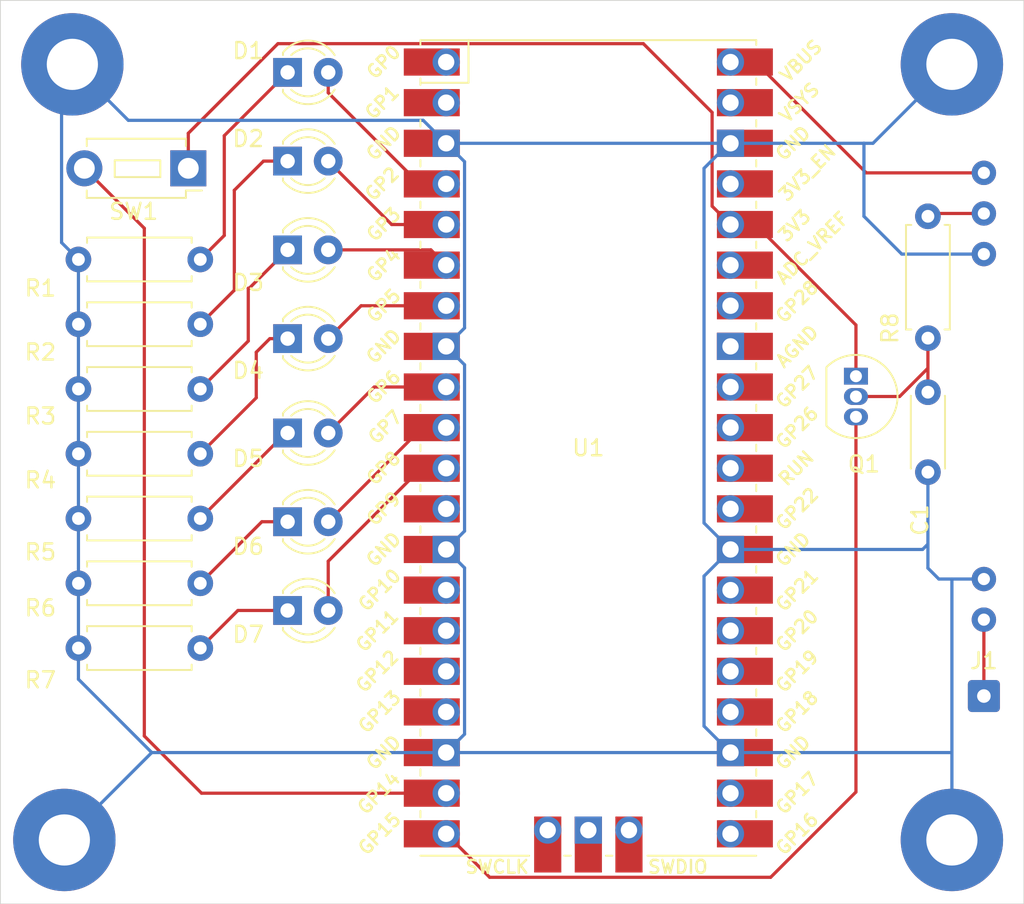
<source format=kicad_pcb>
(kicad_pcb (version 20240108) (generator "pcbnew") (generator_version "8.0")
  (layers (0 "F.Cu" signal) (31 "B.Cu" signal) (34 "B.Paste" user) (35 "F.Paste" user) (36 "B.SilkS" user "B.Silkscreen") (37 "F.SilkS" user "F.Silkscreen") (38 "B.Mask" user) (39 "F.Mask" user) (44 "Edge.Cuts" user))
  (net 0 "")
  (net 1 "Net-(D3-K)")
  (net 2 "Net-(Q1-G)")
  (net 3 "Net-(D2-K)")
  (net 4 "Net-(U1-GPIO14)")
  (net 5 "GND")
  (net 12 "+5V")
  (net 15 "Net-(RF1-DATA)")
  (net 24 "Net-(D4-K)")
  (net 31 "Net-(D5-K)")
  (net 32 "Net-(D6-K)")
  (net 33 "Net-(D7-K)")
  (net 34 "Net-(D1-K)")
  (net 38 "Net-(J1-Pin_1)")
  (net 39 "Net-(D1-A)")
  (net 40 "Net-(D2-A)")
  (net 41 "Net-(D3-A)")
  (net 42 "Net-(D4-A)")
  (net 43 "Net-(D5-A)")
  (net 44 "Net-(D6-A)")
  (net 45 "Net-(D7-A)")
  (net 46 "Net-(Q1-D)")
  (net 47 "Net-(Q1-S)")
  (footprint "Resistor_THT:R_Axial_DIN0207_L6.3mm_D2.5mm_P7.62mm_Horizontal" (layer "F.Cu") (at 156.48 78.66 90)
    (property "Reference" "R8" (at 0.62 -2.37 270) (layer "F.SilkS"))
    (property "Value" "10kΩ")
    (fp_line (start 7.08 -1.37) (end 7.08 -1.04) (stroke (width 0.12)) (layer "F.SilkS"))
    (fp_line (start 0.54 -1.37) (end 7.08 -1.37) (stroke (width 0.12)) (layer "F.SilkS"))
    (fp_line (start 0.54 -1.04) (end 0.54 -1.37) (stroke (width 0.12)) (layer "F.SilkS"))
    (fp_line (start 0.54 1.04) (end 0.54 1.37) (stroke (width 0.12)) (layer "F.SilkS"))
    (fp_line (start 7.08 1.37) (end 7.08 1.04) (stroke (width 0.12)) (layer "F.SilkS"))
    (fp_line (start 0.54 1.37) (end 7.08 1.37) (stroke (width 0.12)) (layer "F.SilkS"))
    (pad "1" thru_hole circle (at 0 0 90) (size 1.6 1.6) (drill 0.8) (layers "*.Cu" "*.Mask") (net 2 "Net-(Q1-G)"))
    (pad "2" thru_hole oval (at 7.62 0 90) (size 1.6 1.6) (drill 0.8) (layers "*.Cu" "*.Mask") (net 15 "Net-(RF1-DATA)"))
  )
  (footprint "LED_THT:LED_D3.0mm" (layer "F.Cu") (at 116.44 95.69)
    (property "Reference" "D7" (at -2.46 1.5 0) (layer "F.SilkS"))
    (property "Value" "LED" (hide yes))
    (fp_line (start -0.29 -1.236) (end -0.29 -1.08) (stroke (width 0.12)) (layer "F.SilkS"))
    (fp_line (start -0.29 1.08) (end -0.29 1.236) (stroke (width 0.12)) (layer "F.SilkS"))
    (fp_arc (start -0.29 -1.235516) (mid 1.366487 -1.987659) (end 2.942335 -1.078608) (stroke (width 0.12)) (layer "F.SilkS"))
    (fp_arc (start 0.229039 -1.08) (mid 1.270117 -1.5) (end 2.31113 -1.079837) (stroke (width 0.12)) (layer "F.SilkS"))
    (fp_arc (start 2.31113 1.079837) (mid 1.270117 1.5) (end 0.229039 1.08) (stroke (width 0.12)) (layer "F.SilkS"))
    (fp_arc (start 2.942335 1.078608) (mid 1.366487 1.987659) (end -0.29 1.235516) (stroke (width 0.12)) (layer "F.SilkS"))
    (pad "1" thru_hole rect (at 0 0) (size 1.8 1.8) (drill 0.9) (layers "*.Cu" "*.Mask") (net 33 "Net-(D7-K)"))
    (pad "2" thru_hole circle (at 2.54 0) (size 1.8 1.8) (drill 0.9) (layers "*.Cu" "*.Mask") (net 45 "Net-(D7-A)"))
  )
  (footprint "Button_Switch_THT:SW_PUSH_1P1T_6x3.5mm_H4.3_APEM_MJTP1243" (layer "F.Cu") (at 110.23 68.04 180)
    (property "Reference" "SW1" (at 3.42 -2.7 180) (layer "F.SilkS"))
    (property "Value" "config")
    (fp_line (start 6.35 1.39) (end 6.35 1.85) (stroke (width 0.12)) (layer "F.SilkS"))
    (fp_line (start 6.35 -1.85) (end 6.35 -1.39) (stroke (width 0.12)) (layer "F.SilkS"))
    (fp_line (start 6.35 -1.85) (end 0.15 -1.85) (stroke (width 0.12)) (layer "F.SilkS"))
    (fp_line (start 0.15 1.85) (end 6.35 1.85) (stroke (width 0.12)) (layer "F.SilkS"))
    (fp_line (start 0.15 1.39) (end 0.15 1.85) (stroke (width 0.12)) (layer "F.SilkS"))
    (fp_line (start 0.15 -1.39) (end -0.85 -1.39) (stroke (width 0.12)) (layer "F.SilkS"))
    (fp_line (start 0.15 -1.85) (end 0.15 -1.39) (stroke (width 0.12)) (layer "F.SilkS"))
    (fp_rect (start 1.75 -0.55) (end 4.6 0.5) (stroke (width 0.12)) (fill none) (layer "F.SilkS"))
    (pad "1" thru_hole rect (at 0 0 270) (size 2.25 2.25) (drill 1.3) (layers "*.Cu" "*.Mask") (net 47 "Net-(Q1-S)"))
    (pad "2" thru_hole circle (at 6.5 0 270) (size 2.25 2.25) (drill 1.3) (layers "*.Cu" "*.Mask") (net 4 "Net-(U1-GPIO14)"))
  )
  (footprint "RF:SH_RF_RECIEVER" (layer "F.Cu") (at 159.472 86.104 90)
    (property "Reference" "RF1" (hide yes))
    (property "Value" "~" (hide yes))
    (pad "1" thru_hole circle (at 17.78 0.508 90) (size 1.524 1.524) (drill 0.762) (layers "*.Cu" "*.Mask") (net 12 "+5V"))
    (pad "2" thru_hole circle (at 15.24 0.508 90) (size 1.524 1.524) (drill 0.762) (layers "*.Cu" "*.Mask") (net 15 "Net-(RF1-DATA)"))
    (pad "3" thru_hole circle (at 12.7 0.508 90) (size 1.524 1.524) (drill 0.762) (layers "*.Cu" "*.Mask") (net 5 "GND"))
    (pad "4" thru_hole circle (at -7.62 0.508 90) (size 1.524 1.524) (drill 0.762) (layers "*.Cu" "*.Mask") (net 5 "GND"))
    (pad "5" thru_hole circle (at -10.16 0.508 90) (size 1.524 1.524) (drill 0.762) (layers "*.Cu" "*.Mask") (net 38 "Net-(J1-Pin_1)"))
  )
  (footprint "Package_TO_SOT_THT:TO-92_Inline" (layer "F.Cu") (at 151.98 81.04 -90)
    (property "Reference" "Q1" (at 5.5 -0.5 180) (layer "F.SilkS"))
    (property "Value" "TN0106N3-G" (hide yes))
    (fp_line (start -0.53 1.85) (end 3.07 1.85) (stroke (width 0.12)) (layer "F.SilkS"))
    (fp_arc (start -0.568478 1.838478) (mid -1.132087 -0.994977) (end 1.27 -2.6) (stroke (width 0.12)) (layer "F.SilkS"))
    (fp_arc (start 1.27 -2.6) (mid 3.672087 -0.994977) (end 3.108478 1.838478) (stroke (width 0.12)) (layer "F.SilkS"))
    (pad "1" thru_hole rect (at 0 0 270) (size 1.05 1.5) (drill 0.75) (layers "*.Cu" "*.Mask") (net 47 "Net-(Q1-S)"))
    (pad "2" thru_hole oval (at 1.27 0 270) (size 1.05 1.5) (drill 0.75) (layers "*.Cu" "*.Mask") (net 2 "Net-(Q1-G)"))
    (pad "3" thru_hole oval (at 2.54 0 270) (size 1.05 1.5) (drill 0.75) (layers "*.Cu" "*.Mask") (net 46 "Net-(Q1-D)"))
  )
  (footprint "MountingHole:MountingHole_3.2mm_M3_Pad" (layer "F.Cu") (at 157.98 110.04)
    (property "Reference" "REF1" (hide yes))
    (property "Value" "MountingHole_3.2mm_M3_Pad" (hide yes))
    (pad "1" thru_hole circle (at 0 0) (size 6.4 6.4) (drill 3.2) (layers "*.Cu" "*.Mask") (net 5 "GND"))
  )
  (footprint "Resistor_THT:R_Axial_DIN0207_L6.3mm_D2.5mm_P7.62mm_Horizontal" (layer "F.Cu") (at 103.36 81.84)
    (property "Reference" "R3" (at -2.38 1.7 0) (layer "F.SilkS"))
    (property "Value" "680" (hide yes))
    (fp_line (start 0.54 -1.37) (end 7.08 -1.37) (stroke (width 0.12)) (layer "F.SilkS"))
    (fp_line (start 0.54 -1.04) (end 0.54 -1.37) (stroke (width 0.12)) (layer "F.SilkS"))
    (fp_line (start 0.54 1.04) (end 0.54 1.37) (stroke (width 0.12)) (layer "F.SilkS"))
    (fp_line (start 0.54 1.37) (end 7.08 1.37) (stroke (width 0.12)) (layer "F.SilkS"))
    (fp_line (start 7.08 -1.37) (end 7.08 -1.04) (stroke (width 0.12)) (layer "F.SilkS"))
    (fp_line (start 7.08 1.37) (end 7.08 1.04) (stroke (width 0.12)) (layer "F.SilkS"))
    (pad "1" thru_hole circle (at 0 0) (size 1.6 1.6) (drill 0.8) (layers "*.Cu" "*.Mask") (net 5 "GND"))
    (pad "2" thru_hole oval (at 7.62 0) (size 1.6 1.6) (drill 0.8) (layers "*.Cu" "*.Mask") (net 1 "Net-(D3-K)"))
  )
  (footprint "Resistor_THT:R_Axial_DIN0207_L6.3mm_D2.5mm_P7.62mm_Horizontal" (layer "F.Cu") (at 103.36 98.04)
    (property "Reference" "R7" (at -2.38 2 0) (layer "F.SilkS"))
    (property "Value" "680")
    (fp_line (start 0.54 -1.37) (end 7.08 -1.37) (stroke (width 0.12)) (layer "F.SilkS"))
    (fp_line (start 0.54 -1.04) (end 0.54 -1.37) (stroke (width 0.12)) (layer "F.SilkS"))
    (fp_line (start 0.54 1.04) (end 0.54 1.37) (stroke (width 0.12)) (layer "F.SilkS"))
    (fp_line (start 0.54 1.37) (end 7.08 1.37) (stroke (width 0.12)) (layer "F.SilkS"))
    (fp_line (start 7.08 -1.37) (end 7.08 -1.04) (stroke (width 0.12)) (layer "F.SilkS"))
    (fp_line (start 7.08 1.37) (end 7.08 1.04) (stroke (width 0.12)) (layer "F.SilkS"))
    (pad "1" thru_hole circle (at 0 0) (size 1.6 1.6) (drill 0.8) (layers "*.Cu" "*.Mask") (net 5 "GND"))
    (pad "2" thru_hole oval (at 7.62 0) (size 1.6 1.6) (drill 0.8) (layers "*.Cu" "*.Mask") (net 33 "Net-(D7-K)"))
  )
  (footprint "MountingHole:MountingHole_3.2mm_M3_Pad" (layer "F.Cu") (at 102.98 61.54)
    (property "Reference" "REF1" (hide yes))
    (property "Value" "MountingHole_3.2mm_M3_Pad" (hide yes))
    (pad "1" thru_hole circle (at 0 0) (size 6.4 6.4) (drill 3.2) (layers "*.Cu" "*.Mask") (net 5 "GND"))
  )
  (footprint "Resistor_THT:R_Axial_DIN0207_L6.3mm_D2.5mm_P7.62mm_Horizontal" (layer "F.Cu") (at 103.36 85.89)
    (property "Reference" "R4" (at -2.38 1.65 0) (layer "F.SilkS"))
    (property "Value" "680" (hide yes))
    (fp_line (start 0.54 -1.37) (end 7.08 -1.37) (stroke (width 0.12)) (layer "F.SilkS"))
    (fp_line (start 0.54 -1.04) (end 0.54 -1.37) (stroke (width 0.12)) (layer "F.SilkS"))
    (fp_line (start 0.54 1.04) (end 0.54 1.37) (stroke (width 0.12)) (layer "F.SilkS"))
    (fp_line (start 0.54 1.37) (end 7.08 1.37) (stroke (width 0.12)) (layer "F.SilkS"))
    (fp_line (start 7.08 -1.37) (end 7.08 -1.04) (stroke (width 0.12)) (layer "F.SilkS"))
    (fp_line (start 7.08 1.37) (end 7.08 1.04) (stroke (width 0.12)) (layer "F.SilkS"))
    (pad "1" thru_hole circle (at 0 0) (size 1.6 1.6) (drill 0.8) (layers "*.Cu" "*.Mask") (net 5 "GND"))
    (pad "2" thru_hole oval (at 7.62 0) (size 1.6 1.6) (drill 0.8) (layers "*.Cu" "*.Mask") (net 24 "Net-(D4-K)"))
  )
  (footprint "Resistor_THT:R_Axial_DIN0207_L6.3mm_D2.5mm_P7.62mm_Horizontal" (layer "F.Cu") (at 103.36 93.99)
    (property "Reference" "R6" (at -2.38 1.55 0) (layer "F.SilkS"))
    (property "Value" "680" (hide yes))
    (fp_line (start 0.54 -1.37) (end 7.08 -1.37) (stroke (width 0.12)) (layer "F.SilkS"))
    (fp_line (start 0.54 -1.04) (end 0.54 -1.37) (stroke (width 0.12)) (layer "F.SilkS"))
    (fp_line (start 0.54 1.04) (end 0.54 1.37) (stroke (width 0.12)) (layer "F.SilkS"))
    (fp_line (start 0.54 1.37) (end 7.08 1.37) (stroke (width 0.12)) (layer "F.SilkS"))
    (fp_line (start 7.08 -1.37) (end 7.08 -1.04) (stroke (width 0.12)) (layer "F.SilkS"))
    (fp_line (start 7.08 1.37) (end 7.08 1.04) (stroke (width 0.12)) (layer "F.SilkS"))
    (pad "1" thru_hole circle (at 0 0) (size 1.6 1.6) (drill 0.8) (layers "*.Cu" "*.Mask") (net 5 "GND"))
    (pad "2" thru_hole oval (at 7.62 0) (size 1.6 1.6) (drill 0.8) (layers "*.Cu" "*.Mask") (net 32 "Net-(D6-K)"))
  )
  (footprint "LED_THT:LED_D3.0mm" (layer "F.Cu") (at 116.44 90.14)
    (property "Reference" "D6" (at -2.46 1.55 0) (layer "F.SilkS"))
    (property "Value" "LED" (hide yes))
    (fp_line (start -0.29 -1.236) (end -0.29 -1.08) (stroke (width 0.12)) (layer "F.SilkS"))
    (fp_line (start -0.29 1.08) (end -0.29 1.236) (stroke (width 0.12)) (layer "F.SilkS"))
    (fp_arc (start -0.29 -1.235516) (mid 1.366487 -1.987659) (end 2.942335 -1.078608) (stroke (width 0.12)) (layer "F.SilkS"))
    (fp_arc (start 0.229039 -1.08) (mid 1.270117 -1.5) (end 2.31113 -1.079837) (stroke (width 0.12)) (layer "F.SilkS"))
    (fp_arc (start 2.31113 1.079837) (mid 1.270117 1.5) (end 0.229039 1.08) (stroke (width 0.12)) (layer "F.SilkS"))
    (fp_arc (start 2.942335 1.078608) (mid 1.366487 1.987659) (end -0.29 1.235516) (stroke (width 0.12)) (layer "F.SilkS"))
    (pad "1" thru_hole rect (at 0 0) (size 1.8 1.8) (drill 0.9) (layers "*.Cu" "*.Mask") (net 32 "Net-(D6-K)"))
    (pad "2" thru_hole circle (at 2.54 0) (size 1.8 1.8) (drill 0.9) (layers "*.Cu" "*.Mask") (net 44 "Net-(D6-A)"))
  )
  (footprint "LED_THT:LED_D3.0mm" (layer "F.Cu") (at 116.44 73.14)
    (property "Reference" "D3" (at -2.46 2.05 0) (layer "F.SilkS"))
    (property "Value" "LED" (hide yes))
    (fp_line (start -0.29 -1.236) (end -0.29 -1.08) (stroke (width 0.12)) (layer "F.SilkS"))
    (fp_line (start -0.29 1.08) (end -0.29 1.236) (stroke (width 0.12)) (layer "F.SilkS"))
    (fp_arc (start -0.29 -1.235516) (mid 1.366487 -1.987659) (end 2.942335 -1.078608) (stroke (width 0.12)) (layer "F.SilkS"))
    (fp_arc (start 0.229039 -1.08) (mid 1.270117 -1.5) (end 2.31113 -1.079837) (stroke (width 0.12)) (layer "F.SilkS"))
    (fp_arc (start 2.31113 1.079837) (mid 1.270117 1.5) (end 0.229039 1.08) (stroke (width 0.12)) (layer "F.SilkS"))
    (fp_arc (start 2.942335 1.078608) (mid 1.366487 1.987659) (end -0.29 1.235516) (stroke (width 0.12)) (layer "F.SilkS"))
    (pad "1" thru_hole rect (at 0 0) (size 1.8 1.8) (drill 0.9) (layers "*.Cu" "*.Mask") (net 1 "Net-(D3-K)"))
    (pad "2" thru_hole circle (at 2.54 0) (size 1.8 1.8) (drill 0.9) (layers "*.Cu" "*.Mask") (net 41 "Net-(D3-A)"))
  )
  (footprint "MountingHole:MountingHole_3.2mm_M3_Pad" (layer "F.Cu") (at 102.48 110.04)
    (property "Reference" "REF1" (hide yes))
    (property "Value" "MountingHole_3.2mm_M3_Pad" (hide yes))
    (pad "1" thru_hole circle (at 0 0) (size 6.4 6.4) (drill 3.2) (layers "*.Cu" "*.Mask") (net 5 "GND"))
  )
  (footprint "Connector_Wire:SolderWire-0.25sqmm_1x01_D0.65mm_OD2mm" (layer "F.Cu") (at 159.98 101.04)
    (property "Reference" "J1" (at 0 -2.2 0) (layer "F.SilkS"))
    (property "Value" "Antenna Wire" (hide yes))
    (pad "1" thru_hole roundrect (at 0 0) (size 2 2) (drill 0.85) (layers "*.Cu" "*.Mask") (roundrect_rratio 0.125) (net 38 "Net-(J1-Pin_1)"))
  )
  (footprint "LED_THT:LED_D3.0mm" (layer "F.Cu") (at 116.44 67.59)
    (property "Reference" "D2" (at -2.46 -1.4 0) (layer "F.SilkS"))
    (property "Value" "LED" (hide yes))
    (fp_line (start -0.29 -1.236) (end -0.29 -1.08) (stroke (width 0.12)) (layer "F.SilkS"))
    (fp_line (start -0.29 1.08) (end -0.29 1.236) (stroke (width 0.12)) (layer "F.SilkS"))
    (fp_arc (start -0.29 -1.235516) (mid 1.366487 -1.987659) (end 2.942335 -1.078608) (stroke (width 0.12)) (layer "F.SilkS"))
    (fp_arc (start 0.229039 -1.08) (mid 1.270117 -1.5) (end 2.31113 -1.079837) (stroke (width 0.12)) (layer "F.SilkS"))
    (fp_arc (start 2.31113 1.079837) (mid 1.270117 1.5) (end 0.229039 1.08) (stroke (width 0.12)) (layer "F.SilkS"))
    (fp_arc (start 2.942335 1.078608) (mid 1.366487 1.987659) (end -0.29 1.235516) (stroke (width 0.12)) (layer "F.SilkS"))
    (pad "1" thru_hole rect (at 0 0) (size 1.8 1.8) (drill 0.9) (layers "*.Cu" "*.Mask") (net 3 "Net-(D2-K)"))
    (pad "2" thru_hole circle (at 2.54 0) (size 1.8 1.8) (drill 0.9) (layers "*.Cu" "*.Mask") (net 40 "Net-(D2-A)"))
  )
  (footprint "Resistor_THT:R_Axial_DIN0207_L6.3mm_D2.5mm_P7.62mm_Horizontal" (layer "F.Cu") (at 103.36 77.79)
    (property "Reference" "R2" (at -2.38 1.75 0) (layer "F.SilkS"))
    (property "Value" "680" (hide yes))
    (fp_line (start 0.54 -1.37) (end 7.08 -1.37) (stroke (width 0.12)) (layer "F.SilkS"))
    (fp_line (start 0.54 -1.04) (end 0.54 -1.37) (stroke (width 0.12)) (layer "F.SilkS"))
    (fp_line (start 0.54 1.04) (end 0.54 1.37) (stroke (width 0.12)) (layer "F.SilkS"))
    (fp_line (start 0.54 1.37) (end 7.08 1.37) (stroke (width 0.12)) (layer "F.SilkS"))
    (fp_line (start 7.08 -1.37) (end 7.08 -1.04) (stroke (width 0.12)) (layer "F.SilkS"))
    (fp_line (start 7.08 1.37) (end 7.08 1.04) (stroke (width 0.12)) (layer "F.SilkS"))
    (pad "1" thru_hole circle (at 0 0) (size 1.6 1.6) (drill 0.8) (layers "*.Cu" "*.Mask") (net 5 "GND"))
    (pad "2" thru_hole oval (at 7.62 0) (size 1.6 1.6) (drill 0.8) (layers "*.Cu" "*.Mask") (net 3 "Net-(D2-K)"))
  )
  (footprint "LED_THT:LED_D3.0mm" (layer "F.Cu") (at 116.44 84.59)
    (property "Reference" "D5" (at -2.46 1.6 0) (layer "F.SilkS"))
    (property "Value" "LED" (hide yes))
    (fp_line (start -0.29 -1.236) (end -0.29 -1.08) (stroke (width 0.12)) (layer "F.SilkS"))
    (fp_line (start -0.29 1.08) (end -0.29 1.236) (stroke (width 0.12)) (layer "F.SilkS"))
    (fp_arc (start -0.29 -1.235516) (mid 1.366487 -1.987659) (end 2.942335 -1.078608) (stroke (width 0.12)) (layer "F.SilkS"))
    (fp_arc (start 0.229039 -1.08) (mid 1.270117 -1.5) (end 2.31113 -1.079837) (stroke (width 0.12)) (layer "F.SilkS"))
    (fp_arc (start 2.31113 1.079837) (mid 1.270117 1.5) (end 0.229039 1.08) (stroke (width 0.12)) (layer "F.SilkS"))
    (fp_arc (start 2.942335 1.078608) (mid 1.366487 1.987659) (end -0.29 1.235516) (stroke (width 0.12)) (layer "F.SilkS"))
    (pad "1" thru_hole rect (at 0 0) (size 1.8 1.8) (drill 0.9) (layers "*.Cu" "*.Mask") (net 31 "Net-(D5-K)"))
    (pad "2" thru_hole circle (at 2.54 0) (size 1.8 1.8) (drill 0.9) (layers "*.Cu" "*.Mask") (net 43 "Net-(D5-A)"))
  )
  (footprint "MCU_RaspberryPi_and_Boards:RPi_Pico_SMD_TH" (layer "F.Cu") (at 135.245 85.525)
    (property "Reference" "U1" (at 0 0 0) (layer "F.SilkS"))
    (property "Value" "Pico")
    (fp_line (start -10.5 -25.5) (end -10.5 -25.2) (stroke (width 0.12)) (layer "F.SilkS"))
    (fp_line (start -10.5 -25.5) (end 10.5 -25.5) (stroke (width 0.12)) (layer "F.SilkS"))
    (fp_line (start -10.5 -23.1) (end -10.5 -22.7) (stroke (width 0.12)) (layer "F.SilkS"))
    (fp_line (start -10.5 -22.833) (end -7.493 -22.833) (stroke (width 0.12)) (layer "F.SilkS"))
    (fp_line (start -10.5 -20.5) (end -10.5 -20.1) (stroke (width 0.12)) (layer "F.SilkS"))
    (fp_line (start -10.5 -18) (end -10.5 -17.6) (stroke (width 0.12)) (layer "F.SilkS"))
    (fp_line (start -10.5 -15.4) (end -10.5 -15) (stroke (width 0.12)) (layer "F.SilkS"))
    (fp_line (start -10.5 -12.9) (end -10.5 -12.5) (stroke (width 0.12)) (layer "F.SilkS"))
    (fp_line (start -10.5 -10.4) (end -10.5 -10) (stroke (width 0.12)) (layer "F.SilkS"))
    (fp_line (start -10.5 -7.8) (end -10.5 -7.4) (stroke (width 0.12)) (layer "F.SilkS"))
    (fp_line (start -10.5 -5.3) (end -10.5 -4.9) (stroke (width 0.12)) (layer "F.SilkS"))
    (fp_line (start -10.5 -2.7) (end -10.5 -2.3) (stroke (width 0.12)) (layer "F.SilkS"))
    (fp_line (start -10.5 -0.2) (end -10.5 0.2) (stroke (width 0.12)) (layer "F.SilkS"))
    (fp_line (start -10.5 2.3) (end -10.5 2.7) (stroke (width 0.12)) (layer "F.SilkS"))
    (fp_line (start -10.5 4.9) (end -10.5 5.3) (stroke (width 0.12)) (layer "F.SilkS"))
    (fp_line (start -10.5 7.4) (end -10.5 7.8) (stroke (width 0.12)) (layer "F.SilkS"))
    (fp_line (start -10.5 10) (end -10.5 10.4) (stroke (width 0.12)) (layer "F.SilkS"))
    (fp_line (start -10.5 12.5) (end -10.5 12.9) (stroke (width 0.12)) (layer "F.SilkS"))
    (fp_line (start -10.5 15.1) (end -10.5 15.5) (stroke (width 0.12)) (layer "F.SilkS"))
    (fp_line (start -10.5 17.6) (end -10.5 18) (stroke (width 0.12)) (layer "F.SilkS"))
    (fp_line (start -10.5 20.1) (end -10.5 20.5) (stroke (width 0.12)) (layer "F.SilkS"))
    (fp_line (start -10.5 22.7) (end -10.5 23.1) (stroke (width 0.12)) (layer "F.SilkS"))
    (fp_line (start -7.493 -22.833) (end -7.493 -25.5) (stroke (width 0.12)) (layer "F.SilkS"))
    (fp_line (start -3.7 25.5) (end -10.5 25.5) (stroke (width 0.12)) (layer "F.SilkS"))
    (fp_line (start -1.5 25.5) (end -1.1 25.5) (stroke (width 0.12)) (layer "F.SilkS"))
    (fp_line (start 1.1 25.5) (end 1.5 25.5) (stroke (width 0.12)) (layer "F.SilkS"))
    (fp_line (start 10.5 -25.5) (end 10.5 -25.2) (stroke (width 0.12)) (layer "F.SilkS"))
    (fp_line (start 10.5 -23.1) (end 10.5 -22.7) (stroke (width 0.12)) (layer "F.SilkS"))
    (fp_line (start 10.5 -20.5) (end 10.5 -20.1) (stroke (width 0.12)) (layer "F.SilkS"))
    (fp_line (start 10.5 -18) (end 10.5 -17.6) (stroke (width 0.12)) (layer "F.SilkS"))
    (fp_line (start 10.5 -15.4) (end 10.5 -15) (stroke (width 0.12)) (layer "F.SilkS"))
    (fp_line (start 10.5 -12.9) (end 10.5 -12.5) (stroke (width 0.12)) (layer "F.SilkS"))
    (fp_line (start 10.5 -10.4) (end 10.5 -10) (stroke (width 0.12)) (layer "F.SilkS"))
    (fp_line (start 10.5 -7.8) (end 10.5 -7.4) (stroke (width 0.12)) (layer "F.SilkS"))
    (fp_line (start 10.5 -5.3) (end 10.5 -4.9) (stroke (width 0.12)) (layer "F.SilkS"))
    (fp_line (start 10.5 -2.7) (end 10.5 -2.3) (stroke (width 0.12)) (layer "F.SilkS"))
    (fp_line (start 10.5 -0.2) (end 10.5 0.2) (stroke (width 0.12)) (layer "F.SilkS"))
    (fp_line (start 10.5 2.3) (end 10.5 2.7) (stroke (width 0.12)) (layer "F.SilkS"))
    (fp_line (start 10.5 4.9) (end 10.5 5.3) (stroke (width 0.12)) (layer "F.SilkS"))
    (fp_line (start 10.5 7.4) (end 10.5 7.8) (stroke (width 0.12)) (layer "F.SilkS"))
    (fp_line (start 10.5 10) (end 10.5 10.4) (stroke (width 0.12)) (layer "F.SilkS"))
    (fp_line (start 10.5 12.5) (end 10.5 12.9) (stroke (width 0.12)) (layer "F.SilkS"))
    (fp_line (start 10.5 15.1) (end 10.5 15.5) (stroke (width 0.12)) (layer "F.SilkS"))
    (fp_line (start 10.5 17.6) (end 10.5 18) (stroke (width 0.12)) (layer "F.SilkS"))
    (fp_line (start 10.5 20.1) (end 10.5 20.5) (stroke (width 0.12)) (layer "F.SilkS"))
    (fp_line (start 10.5 22.7) (end 10.5 23.1) (stroke (width 0.12)) (layer "F.SilkS"))
    (fp_line (start 10.5 25.5) (end 3.7 25.5) (stroke (width 0.12)) (layer "F.SilkS"))
    (fp_text user "SWCLK" (at -5.7 26.2 0) (layer "F.SilkS") (effects (font (size 0.8 0.8))))
    (fp_text user "GP18" (at 13.054 16.51 45) (layer "F.SilkS") (effects (font (size 0.8 0.8))))
    (fp_text user "VSYS" (at 13.2 -21.59 45) (layer "F.SilkS") (effects (font (size 0.8 0.8))))
    (fp_text user "GP19" (at 13.054 13.97 45) (layer "F.SilkS") (effects (font (size 0.8 0.8))))
    (fp_text user "RUN" (at 13 1.27 45) (layer "F.SilkS") (effects (font (size 0.8 0.8))))
    (fp_text user "GP26" (at 13.054 -1.27 45) (layer "F.SilkS") (effects (font (size 0.8 0.8))))
    (fp_text user "GP21" (at 13.054 8.9 45) (layer "F.SilkS") (effects (font (size 0.8 0.8))))
    (fp_text user "GND" (at -12.8 19.05 45) (layer "F.SilkS") (effects (font (size 0.8 0.8))))
    (fp_text user "VBUS" (at 13.3 -24.2 45) (layer "F.SilkS") (effects (font (size 0.8 0.8))))
    (fp_text user "GND" (at 12.8 6.35 45) (layer "F.SilkS") (effects (font (size 0.8 0.8))))
    (fp_text user "GP6" (at -12.8 -3.81 45) (layer "F.SilkS") (effects (font (size 0.8 0.8))))
    (fp_text user "GP1" (at -12.9 -21.6 45) (layer "F.SilkS") (effects (font (size 0.8 0.8))))
    (fp_text user "SWDIO" (at 5.6 26.2 0) (layer "F.SilkS") (effects (font (size 0.8 0.8))))
    (fp_text user "GP20" (at 13.054 11.43 45) (layer "F.SilkS") (effects (font (size 0.8 0.8))))
    (fp_text user "ADC_VREF" (at 14 -12.5 45) (layer "F.SilkS") (effects (font (size 0.8 0.8))))
    (fp_text user "GP16" (at 13.054 24.13 45) (layer "F.SilkS") (effects (font (size 0.8 0.8))))
    (fp_text user "GP2" (at -12.9 -16.51 45) (layer "F.SilkS") (effects (font (size 0.8 0.8))))
    (fp_text user "GP27" (at 13.054 -3.8 45) (layer "F.SilkS") (effects (font (size 0.8 0.8))))
    (fp_text user "GP28" (at 13.054 -9.144 45) (layer "F.SilkS") (effects (font (size 0.8 0.8))))
    (fp_text user "GP7" (at -12.7 -1.3 45) (layer "F.SilkS") (effects (font (size 0.8 0.8))))
    (fp_text user "GP3" (at -12.8 -13.97 45) (layer "F.SilkS") (effects (font (size 0.8 0.8))))
    (fp_text user "GND" (at 12.8 19.05 45) (layer "F.SilkS") (effects (font (size 0.8 0.8))))
    (fp_text user "GP22" (at 13.054 3.81 45) (layer "F.SilkS") (effects (font (size 0.8 0.8))))
    (fp_text user "GP15" (at -13.054 24.13 45) (layer "F.SilkS") (effects (font (size 0.8 0.8))))
    (fp_text user "GP9" (at -12.8 3.81 45) (layer "F.SilkS") (effects (font (size 0.8 0.8))))
    (fp_text user "GP13" (at -13.054 16.51 45) (layer "F.SilkS") (effects (font (size 0.8 0.8))))
    (fp_text user "GP17" (at 13.054 21.59 45) (layer "F.SilkS") (effects (font (size 0.8 0.8))))
    (fp_text user "GP11" (at -13.2 11.43 45) (layer "F.SilkS") (effects (font (size 0.8 0.8))))
    (fp_text user "GP5" (at -12.8 -8.89 45) (layer "F.SilkS") (effects (font (size 0.8 0.8))))
    (fp_text user "GP14" (at -13.1 21.59 45) (layer "F.SilkS") (effects (font (size 0.8 0.8))))
    (fp_text user "3V3" (at 12.9 -13.9 45) (layer "F.SilkS") (effects (font (size 0.8 0.8))))
    (fp_text user "GND" (at -12.8 -19.05 45) (layer "F.SilkS") (effects (font (size 0.8 0.8))))
    (fp_text user "GP0" (at -12.8 -24.13 45) (layer "F.SilkS") (effects (font (size 0.8 0.8))))
    (fp_text user "GP8" (at -12.8 1.27 45) (layer "F.SilkS") (effects (font (size 0.8 0.8))))
    (fp_text user "GND" (at -12.8 -6.35 45) (layer "F.SilkS") (effects (font (size 0.8 0.8))))
    (fp_text user "GP10" (at -13.054 8.89 45) (layer "F.SilkS") (effects (font (size 0.8 0.8))))
    (fp_text user "3V3_EN" (at 13.7 -17.2 45) (layer "F.SilkS") (effects (font (size 0.8 0.8))))
    (fp_text user "GP12" (at -13.2 13.97 45) (layer "F.SilkS") (effects (font (size 0.8 0.8))))
    (fp_text user "GND" (at 12.8 -19.05 45) (layer "F.SilkS") (effects (font (size 0.8 0.8))))
    (fp_text user "GND" (at -12.8 6.35 45) (layer "F.SilkS") (effects (font (size 0.8 0.8))))
    (fp_text user "AGND" (at 13.054 -6.35 45) (layer "F.SilkS") (effects (font (size 0.8 0.8))))
    (fp_text user "GP4" (at -12.8 -11.43 45) (layer "F.SilkS") (effects (font (size 0.8 0.8))))
    (pad "" np_thru_hole oval (at -2.725 -24) (size 1.8 1.8) (drill 1.8) (layers "*.Cu" "*.Mask"))
    (pad "" np_thru_hole oval (at -2.425 -20.97) (size 1.5 1.5) (drill 1.5) (layers "*.Cu" "*.Mask"))
    (pad "" np_thru_hole oval (at 2.425 -20.97) (size 1.5 1.5) (drill 1.5) (layers "*.Cu" "*.Mask"))
    (pad "" np_thru_hole oval (at 2.725 -24) (size 1.8 1.8) (drill 1.8) (layers "*.Cu" "*.Mask"))
    (pad "1" thru_hole oval (at -8.89 -24.13) (size 1.7 1.7) (drill 1.02) (layers "*.Cu" "*.Mask"))
    (pad "1" smd rect (at -8.89 -24.13) (size 3.5 1.7) (drill (offset -0.9 0)) (layers "F.Cu" "F.Mask"))
    (pad "2" thru_hole oval (at -8.89 -21.59) (size 1.7 1.7) (drill 1.02) (layers "*.Cu" "*.Mask"))
    (pad "2" smd rect (at -8.89 -21.59) (size 3.5 1.7) (drill (offset -0.9 0)) (layers "F.Cu" "F.Mask"))
    (pad "3" thru_hole rect (at -8.89 -19.05) (size 1.7 1.7) (drill 1.02) (layers "*.Cu" "*.Mask") (net 5 "GND"))
    (pad "3" smd rect (at -8.89 -19.05) (size 3.5 1.7) (drill (offset -0.9 0)) (layers "F.Cu" "F.Mask") (net 5 "GND"))
    (pad "4" thru_hole oval (at -8.89 -16.51) (size 1.7 1.7) (drill 1.02) (layers "*.Cu" "*.Mask") (net 39 "Net-(D1-A)"))
    (pad "4" smd rect (at -8.89 -16.51) (size 3.5 1.7) (drill (offset -0.9 0)) (layers "F.Cu" "F.Mask") (net 39 "Net-(D1-A)"))
    (pad "5" thru_hole oval (at -8.89 -13.97) (size 1.7 1.7) (drill 1.02) (layers "*.Cu" "*.Mask") (net 40 "Net-(D2-A)"))
    (pad "5" smd rect (at -8.89 -13.97) (size 3.5 1.7) (drill (offset -0.9 0)) (layers "F.Cu" "F.Mask") (net 40 "Net-(D2-A)"))
    (pad "6" thru_hole oval (at -8.89 -11.43) (size 1.7 1.7) (drill 1.02) (layers "*.Cu" "*.Mask") (net 41 "Net-(D3-A)"))
    (pad "6" smd rect (at -8.89 -11.43) (size 3.5 1.7) (drill (offset -0.9 0)) (layers "F.Cu" "F.Mask") (net 41 "Net-(D3-A)"))
    (pad "7" thru_hole oval (at -8.89 -8.89) (size 1.7 1.7) (drill 1.02) (layers "*.Cu" "*.Mask") (net 42 "Net-(D4-A)"))
    (pad "7" smd rect (at -8.89 -8.89) (size 3.5 1.7) (drill (offset -0.9 0)) (layers "F.Cu" "F.Mask") (net 42 "Net-(D4-A)"))
    (pad "8" thru_hole rect (at -8.89 -6.35) (size 1.7 1.7) (drill 1.02) (layers "*.Cu" "*.Mask") (net 5 "GND"))
    (pad "8" smd rect (at -8.89 -6.35) (size 3.5 1.7) (drill (offset -0.9 0)) (layers "F.Cu" "F.Mask") (net 5 "GND"))
    (pad "9" thru_hole oval (at -8.89 -3.81) (size 1.7 1.7) (drill 1.02) (layers "*.Cu" "*.Mask") (net 43 "Net-(D5-A)"))
    (pad "9" smd rect (at -8.89 -3.81) (size 3.5 1.7) (drill (offset -0.9 0)) (layers "F.Cu" "F.Mask") (net 43 "Net-(D5-A)"))
    (pad "10" thru_hole oval (at -8.89 -1.27) (size 1.7 1.7) (drill 1.02) (layers "*.Cu" "*.Mask") (net 44 "Net-(D6-A)"))
    (pad "10" smd rect (at -8.89 -1.27) (size 3.5 1.7) (drill (offset -0.9 0)) (layers "F.Cu" "F.Mask") (net 44 "Net-(D6-A)"))
    (pad "11" thru_hole oval (at -8.89 1.27) (size 1.7 1.7) (drill 1.02) (layers "*.Cu" "*.Mask") (net 45 "Net-(D7-A)"))
    (pad "11" smd rect (at -8.89 1.27) (size 3.5 1.7) (drill (offset -0.9 0)) (layers "F.Cu" "F.Mask") (net 45 "Net-(D7-A)"))
    (pad "12" thru_hole oval (at -8.89 3.81) (size 1.7 1.7) (drill 1.02) (layers "*.Cu" "*.Mask"))
    (pad "12" smd rect (at -8.89 3.81) (size 3.5 1.7) (drill (offset -0.9 0)) (layers "F.Cu" "F.Mask"))
    (pad "13" thru_hole rect (at -8.89 6.35) (size 1.7 1.7) (drill 1.02) (layers "*.Cu" "*.Mask") (net 5 "GND"))
    (pad "13" smd rect (at -8.89 6.35) (size 3.5 1.7) (drill (offset -0.9 0)) (layers "F.Cu" "F.Mask") (net 5 "GND"))
    (pad "14" thru_hole oval (at -8.89 8.89) (size 1.7 1.7) (drill 1.02) (layers "*.Cu" "*.Mask"))
    (pad "14" smd rect (at -8.89 8.89) (size 3.5 1.7) (drill (offset -0.9 0)) (layers "F.Cu" "F.Mask"))
    (pad "15" thru_hole oval (at -8.89 11.43) (size 1.7 1.7) (drill 1.02) (layers "*.Cu" "*.Mask"))
    (pad "15" smd rect (at -8.89 11.43) (size 3.5 1.7) (drill (offset -0.9 0)) (layers "F.Cu" "F.Mask"))
    (pad "16" thru_hole oval (at -8.89 13.97) (size 1.7 1.7) (drill 1.02) (layers "*.Cu" "*.Mask"))
    (pad "16" smd rect (at -8.89 13.97) (size 3.5 1.7) (drill (offset -0.9 0)) (layers "F.Cu" "F.Mask"))
    (pad "17" thru_hole oval (at -8.89 16.51) (size 1.7 1.7) (drill 1.02) (layers "*.Cu" "*.Mask"))
    (pad "17" smd rect (at -8.89 16.51) (size 3.5 1.7) (drill (offset -0.9 0)) (layers "F.Cu" "F.Mask"))
    (pad "18" thru_hole rect (at -8.89 19.05) (size 1.7 1.7) (drill 1.02) (layers "*.Cu" "*.Mask") (net 5 "GND"))
    (pad "18" smd rect (at -8.89 19.05) (size 3.5 1.7) (drill (offset -0.9 0)) (layers "F.Cu" "F.Mask") (net 5 "GND"))
    (pad "19" thru_hole oval (at -8.89 21.59) (size 1.7 1.7) (drill 1.02) (layers "*.Cu" "*.Mask") (net 4 "Net-(U1-GPIO14)"))
    (pad "19" smd rect (at -8.89 21.59) (size 3.5 1.7) (drill (offset -0.9 0)) (layers "F.Cu" "F.Mask") (net 4 "Net-(U1-GPIO14)"))
    (pad "20" thru_hole oval (at -8.89 24.13) (size 1.7 1.7) (drill 1.02) (layers "*.Cu" "*.Mask") (net 46 "Net-(Q1-D)"))
    (pad "20" smd rect (at -8.89 24.13) (size 3.5 1.7) (drill (offset -0.9 0)) (layers "F.Cu" "F.Mask") (net 46 "Net-(Q1-D)"))
    (pad "21" thru_hole oval (at 8.89 24.13) (size 1.7 1.7) (drill 1.02) (layers "*.Cu" "*.Mask"))
    (pad "21" smd rect (at 8.89 24.13) (size 3.5 1.7) (drill (offset 0.9 0)) (layers "F.Cu" "F.Mask"))
    (pad "22" thru_hole oval (at 8.89 21.59) (size 1.7 1.7) (drill 1.02) (layers "*.Cu" "*.Mask"))
    (pad "22" smd rect (at 8.89 21.59) (size 3.5 1.7) (drill (offset 0.9 0)) (layers "F.Cu" "F.Mask"))
    (pad "23" thru_hole rect (at 8.89 19.05) (size 1.7 1.7) (drill 1.02) (layers "*.Cu" "*.Mask") (net 5 "GND"))
    (pad "23" smd rect (at 8.89 19.05) (size 3.5 1.7) (drill (offset 0.9 0)) (layers "F.Cu" "F.Mask") (net 5 "GND"))
    (pad "24" thru_hole oval (at 8.89 16.51) (size 1.7 1.7) (drill 1.02) (layers "*.Cu" "*.Mask"))
    (pad "24" smd rect (at 8.89 16.51) (size 3.5 1.7) (drill (offset 0.9 0)) (layers "F.Cu" "F.Mask"))
    (pad "25" thru_hole oval (at 8.89 13.97) (size 1.7 1.7) (drill 1.02) (layers "*.Cu" "*.Mask"))
    (pad "25" smd rect (at 8.89 13.97) (size 3.5 1.7) (drill (offset 0.9 0)) (layers "F.Cu" "F.Mask"))
    (pad "26" thru_hole oval (at 8.89 11.43) (size 1.7 1.7) (drill 1.02) (layers "*.Cu" "*.Mask"))
    (pad "26" smd rect (at 8.89 11.43) (size 3.5 1.7) (drill (offset 0.9 0)) (layers "F.Cu" "F.Mask"))
    (pad "27" thru_hole oval (at 8.89 8.89) (size 1.7 1.7) (drill 1.02) (layers "*.Cu" "*.Mask"))
    (pad "27" smd rect (at 8.89 8.89) (size 3.5 1.7) (drill (offset 0.9 0)) (layers "F.Cu" "F.Mask"))
    (pad "28" thru_hole rect (at 8.89 6.35) (size 1.7 1.7) (drill 1.02) (layers "*.Cu" "*.Mask") (net 5 "GND"))
    (pad "28" smd rect (at 8.89 6.35) (size 3.5 1.7) (drill (offset 0.9 0)) (layers "F.Cu" "F.Mask") (net 5 "GND"))
    (pad "29" thru_hole oval (at 8.89 3.81) (size 1.7 1.7) (drill 1.02) (layers "*.Cu" "*.Mask"))
    (pad "29" smd rect (at 8.89 3.81) (size 3.5 1.7) (drill (offset 0.9 0)) (layers "F.Cu" "F.Mask"))
    (pad "30" thru_hole oval (at 8.89 1.27) (size 1.7 1.7) (drill 1.02) (layers "*.Cu" "*.Mask"))
    (pad "30" smd rect (at 8.89 1.27) (size 3.5 1.7) (drill (offset 0.9 0)) (layers "F.Cu" "F.Mask"))
    (pad "31" thru_hole oval (at 8.89 -1.27) (size 1.7 1.7) (drill 1.02) (layers "*.Cu" "*.Mask"))
    (pad "31" smd rect (at 8.89 -1.27) (size 3.5 1.7) (drill (offset 0.9 0)) (layers "F.Cu" "F.Mask"))
    (pad "32" thru_hole oval (at 8.89 -3.81) (size 1.7 1.7) (drill 1.02) (layers "*.Cu" "*.Mask"))
    (pad "32" smd rect (at 8.89 -3.81) (size 3.5 1.7) (drill (offset 0.9 0)) (layers "F.Cu" "F.Mask"))
    (pad "33" thru_hole rect (at 8.89 -6.35) (size 1.7 1.7) (drill 1.02) (layers "*.Cu" "*.Mask"))
    (pad "33" smd rect (at 8.89 -6.35) (size 3.5 1.7) (drill (offset 0.9 0)) (layers "F.Cu" "F.Mask"))
    (pad "34" thru_hole oval (at 8.89 -8.89) (size 1.7 1.7) (drill 1.02) (layers "*.Cu" "*.Mask"))
    (pad "34" smd rect (at 8.89 -8.89) (size 3.5 1.7) (drill (offset 0.9 0)) (layers "F.Cu" "F.Mask"))
    (pad "35" thru_hole oval (at 8.89 -11.43) (size 1.7 1.7) (drill 1.02) (layers "*.Cu" "*.Mask"))
    (pad "35" smd rect (at 8.89 -11.43) (size 3.5 1.7) (drill (offset 0.9 0)) (layers "F.Cu" "F.Mask"))
    (pad "36" thru_hole oval (at 8.89 -13.97) (size 1.7 1.7) (drill 1.02) (layers "*.Cu" "*.Mask") (net 47 "Net-(Q1-S)"))
    (pad "36" smd rect (at 8.89 -13.97) (size 3.5 1.7) (drill (offset 0.9 0)) (layers "F.Cu" "F.Mask") (net 47 "Net-(Q1-S)"))
    (pad "37" thru_hole oval (at 8.89 -16.51) (size 1.7 1.7) (drill 1.02) (layers "*.Cu" "*.Mask"))
    (pad "37" smd rect (at 8.89 -16.51) (size 3.5 1.7) (drill (offset 0.9 0)) (layers "F.Cu" "F.Mask"))
    (pad "38" thru_hole rect (at 8.89 -19.05) (size 1.7 1.7) (drill 1.02) (layers "*.Cu" "*.Mask") (net 5 "GND"))
    (pad "38" smd rect (at 8.89 -19.05) (size 3.5 1.7) (drill (offset 0.9 0)) (layers "F.Cu" "F.Mask") (net 5 "GND"))
    (pad "39" thru_hole oval (at 8.89 -21.59) (size 1.7 1.7) (drill 1.02) (layers "*.Cu" "*.Mask"))
    (pad "39" smd rect (at 8.89 -21.59) (size 3.5 1.7) (drill (offset 0.9 0)) (layers "F.Cu" "F.Mask"))
    (pad "40" thru_hole oval (at 8.89 -24.13) (size 1.7 1.7) (drill 1.02) (layers "*.Cu" "*.Mask") (net 12 "+5V"))
    (pad "40" smd rect (at 8.89 -24.13) (size 3.5 1.7) (drill (offset 0.9 0)) (layers "F.Cu" "F.Mask") (net 12 "+5V"))
    (pad "41" thru_hole oval (at -2.54 23.9) (size 1.7 1.7) (drill 1.02) (layers "*.Cu" "*.Mask"))
    (pad "41" smd rect (at -2.54 23.9 90) (size 3.5 1.7) (drill (offset -0.9 0)) (layers "F.Cu" "F.Mask"))
    (pad "42" thru_hole rect (at 0 23.9) (size 1.7 1.7) (drill 1.02) (layers "*.Cu" "*.Mask"))
    (pad "42" smd rect (at 0 23.9 90) (size 3.5 1.7) (drill (offset -0.9 0)) (layers "F.Cu" "F.Mask"))
    (pad "43" thru_hole oval (at 2.54 23.9) (size 1.7 1.7) (drill 1.02) (layers "*.Cu" "*.Mask"))
    (pad "43" smd rect (at 2.54 23.9 90) (size 3.5 1.7) (drill (offset -0.9 0)) (layers "F.Cu" "F.Mask"))
  )
  (footprint "Resistor_THT:R_Axial_DIN0207_L6.3mm_D2.5mm_P7.62mm_Horizontal" (layer "F.Cu") (at 103.36 73.74)
    (property "Reference" "R1" (at -2.38 1.8 0) (layer "F.SilkS"))
    (property "Value" "680" (hide yes))
    (fp_line (start 0.54 -1.37) (end 7.08 -1.37) (stroke (width 0.12)) (layer "F.SilkS"))
    (fp_line (start 0.54 -1.04) (end 0.54 -1.37) (stroke (width 0.12)) (layer "F.SilkS"))
    (fp_line (start 0.54 1.04) (end 0.54 1.37) (stroke (width 0.12)) (layer "F.SilkS"))
    (fp_line (start 0.54 1.37) (end 7.08 1.37) (stroke (width 0.12)) (layer "F.SilkS"))
    (fp_line (start 7.08 -1.37) (end 7.08 -1.04) (stroke (width 0.12)) (layer "F.SilkS"))
    (fp_line (start 7.08 1.37) (end 7.08 1.04) (stroke (width 0.12)) (layer "F.SilkS"))
    (pad "1" thru_hole circle (at 0 0) (size 1.6 1.6) (drill 0.8) (layers "*.Cu" "*.Mask") (net 5 "GND"))
    (pad "2" thru_hole oval (at 7.62 0) (size 1.6 1.6) (drill 0.8) (layers "*.Cu" "*.Mask") (net 34 "Net-(D1-K)"))
  )
  (footprint "MountingHole:MountingHole_3.2mm_M3_Pad" (layer "F.Cu") (at 157.98 61.54)
    (property "Reference" "REF1" (hide yes))
    (property "Value" "MountingHole_3.2mm_M3_Pad" (hide yes))
    (pad "1" thru_hole circle (at 0 0) (size 6.4 6.4) (drill 3.2) (layers "*.Cu" "*.Mask") (net 5 "GND"))
  )
  (footprint "Resistor_THT:R_Axial_DIN0207_L6.3mm_D2.5mm_P7.62mm_Horizontal" (layer "F.Cu") (at 103.36 89.94)
    (property "Reference" "R5" (at -2.38 2.1 0) (layer "F.SilkS"))
    (property "Value" "680" (hide yes))
    (fp_line (start 0.54 -1.37) (end 7.08 -1.37) (stroke (width 0.12)) (layer "F.SilkS"))
    (fp_line (start 0.54 -1.04) (end 0.54 -1.37) (stroke (width 0.12)) (layer "F.SilkS"))
    (fp_line (start 0.54 1.04) (end 0.54 1.37) (stroke (width 0.12)) (layer "F.SilkS"))
    (fp_line (start 0.54 1.37) (end 7.08 1.37) (stroke (width 0.12)) (layer "F.SilkS"))
    (fp_line (start 7.08 -1.37) (end 7.08 -1.04) (stroke (width 0.12)) (layer "F.SilkS"))
    (fp_line (start 7.08 1.37) (end 7.08 1.04) (stroke (width 0.12)) (layer "F.SilkS"))
    (pad "1" thru_hole circle (at 0 0) (size 1.6 1.6) (drill 0.8) (layers "*.Cu" "*.Mask") (net 5 "GND"))
    (pad "2" thru_hole oval (at 7.62 0) (size 1.6 1.6) (drill 0.8) (layers "*.Cu" "*.Mask") (net 31 "Net-(D5-K)"))
  )
  (footprint "LED_THT:LED_D3.0mm" (layer "F.Cu") (at 116.44 78.69)
    (property "Reference" "D4" (at -2.46 2 0) (layer "F.SilkS"))
    (property "Value" "LED" (hide yes))
    (fp_line (start -0.29 -1.236) (end -0.29 -1.08) (stroke (width 0.12)) (layer "F.SilkS"))
    (fp_line (start -0.29 1.08) (end -0.29 1.236) (stroke (width 0.12)) (layer "F.SilkS"))
    (fp_arc (start -0.29 -1.235516) (mid 1.366487 -1.987659) (end 2.942335 -1.078608) (stroke (width 0.12)) (layer "F.SilkS"))
    (fp_arc (start 0.229039 -1.08) (mid 1.270117 -1.5) (end 2.31113 -1.079837) (stroke (width 0.12)) (layer "F.SilkS"))
    (fp_arc (start 2.31113 1.079837) (mid 1.270117 1.5) (end 0.229039 1.08) (stroke (width 0.12)) (layer "F.SilkS"))
    (fp_arc (start 2.942335 1.078608) (mid 1.366487 1.987659) (end -0.29 1.235516) (stroke (width 0.12)) (layer "F.SilkS"))
    (pad "1" thru_hole rect (at 0 0) (size 1.8 1.8) (drill 0.9) (layers "*.Cu" "*.Mask") (net 24 "Net-(D4-K)"))
    (pad "2" thru_hole circle (at 2.54 0) (size 1.8 1.8) (drill 0.9) (layers "*.Cu" "*.Mask") (net 42 "Net-(D4-A)"))
  )
  (footprint "Capacitor_THT:C_Disc_D4.3mm_W1.9mm_P5.00mm" (layer "F.Cu") (at 156.48 82.04 -90)
    (property "Reference" "C1" (at 8 0.5 90) (layer "F.SilkS"))
    (property "Value" "C" (hide yes))
    (fp_line (start 0.23 1.07) (end 4.77 1.07) (stroke (width 0.12)) (layer "F.SilkS"))
    (fp_line (start 0.23 1.055) (end 0.23 1.07) (stroke (width 0.12)) (layer "F.SilkS"))
    (fp_line (start 4.77 1.055) (end 4.77 1.07) (stroke (width 0.12)) (layer "F.SilkS"))
    (fp_line (start 0.23 -1.07) (end 0.23 -1.055) (stroke (width 0.12)) (layer "F.SilkS"))
    (fp_line (start 0.23 -1.07) (end 4.77 -1.07) (stroke (width 0.12)) (layer "F.SilkS"))
    (fp_line (start 4.77 -1.07) (end 4.77 -1.055) (stroke (width 0.12)) (layer "F.SilkS"))
    (pad "1" thru_hole circle (at 0 0 270) (size 1.6 1.6) (drill 0.8) (layers "*.Cu" "*.Mask") (net 2 "Net-(Q1-G)"))
    (pad "2" thru_hole circle (at 5 0 270) (size 1.6 1.6) (drill 0.8) (layers "*.Cu" "*.Mask") (net 5 "GND"))
  )
  (footprint "LED_THT:LED_D3.0mm" (layer "F.Cu") (at 116.44 62.04)
    (property "Reference" "D1" (at -2.46 -1.35 0) (layer "F.SilkS"))
    (property "Value" "LED" (hide yes))
    (fp_line (start -0.29 -1.236) (end -0.29 -1.08) (stroke (width 0.12)) (layer "F.SilkS"))
    (fp_line (start -0.29 1.08) (end -0.29 1.236) (stroke (width 0.12)) (layer "F.SilkS"))
    (fp_arc (start -0.29 -1.235516) (mid 1.366487 -1.987659) (end 2.942335 -1.078608) (stroke (width 0.12)) (layer "F.SilkS"))
    (fp_arc (start 0.229039 -1.08) (mid 1.270117 -1.5) (end 2.31113 -1.079837) (stroke (width 0.12)) (layer "F.SilkS"))
    (fp_arc (start 2.31113 1.079837) (mid 1.270117 1.5) (end 0.229039 1.08) (stroke (width 0.12)) (layer "F.SilkS"))
    (fp_arc (start 2.942335 1.078608) (mid 1.366487 1.987659) (end -0.29 1.235516) (stroke (width 0.12)) (layer "F.SilkS"))
    (pad "1" thru_hole rect (at 0 0) (size 1.8 1.8) (drill 0.9) (layers "*.Cu" "*.Mask") (net 34 "Net-(D1-K)"))
    (pad "2" thru_hole circle (at 2.54 0) (size 1.8 1.8) (drill 0.9) (layers "*.Cu" "*.Mask") (net 39 "Net-(D1-A)"))
  )
  (gr_rect (start 98.48 57.54) (end 162.48 114.04) (stroke (width 0.05)) (fill none) (layer "Edge.Cuts"))
  (segment (start 116.44 73.14) (end 114.04 75.54) (width 0.2) (layer "F.Cu") (net 1))
  (segment (start 113.98 78.84) (end 110.98 81.84) (width 0.2) (layer "F.Cu") (net 1))
  (segment (start 113.98 75.54) (end 113.98 78.84) (width 0.2) (layer "F.Cu") (net 1))
  (segment (start 114.04 75.54) (end 113.98 75.54) (width 0.2) (layer "F.Cu") (net 1))
  (segment (start 156.48 80.54) (end 156.48 82.04) (width 0.2) (layer "F.Cu") (net 2))
  (segment (start 156.48 78.66) (end 156.48 80.54) (width 0.2) (layer "F.Cu") (net 2))
  (segment (start 151.98 82.31) (end 154.71 82.31) (width 0.2) (layer "F.Cu") (net 2))
  (segment (start 154.71 82.31) (end 156.48 80.54) (width 0.2) (layer "F.Cu") (net 2))
  (segment (start 114.93 67.59) (end 113.107818 69.412182) (width 0.2) (layer "F.Cu") (net 3))
  (segment (start 116.44 67.59) (end 114.93 67.59) (width 0.2) (layer "F.Cu") (net 3))
  (segment (start 113.107818 75.662182) (end 110.98 77.79) (width 0.2) (layer "F.Cu") (net 3))
  (segment (start 113.107818 69.412182) (end 113.107818 75.662182) (width 0.2) (layer "F.Cu") (net 3))
  (segment (start 107.48 103.54) (end 111.055 107.115) (width 0.2) (layer "F.Cu") (net 4))
  (segment (start 111.055 107.115) (end 126.355 107.115) (width 0.2) (layer "F.Cu") (net 4))
  (segment (start 107.48 71.79) (end 107.48 103.54) (width 0.2) (layer "F.Cu") (net 4))
  (segment (start 103.73 68.04) (end 107.48 71.79) (width 0.2) (layer "F.Cu") (net 4))
  (segment (start 127.505 93.025) (end 127.505 103.425) (width 0.2) (layer "B.Cu") (net 5))
  (segment (start 124.92 65.04) (end 126.355 66.475) (width 0.2) (layer "B.Cu") (net 5))
  (segment (start 144.135 91.885) (end 142.48 93.54) (width 0.2) (layer "B.Cu") (net 5))
  (segment (start 156.48 87.04) (end 156.48 91.54) (width 0.2) (layer "B.Cu") (net 5))
  (segment (start 107.945 104.575) (end 103.36 99.99) (width 0.2) (layer "B.Cu") (net 5))
  (segment (start 103.36 99.99) (end 103.36 98.04) (width 0.2) (layer "B.Cu") (net 5))
  (segment (start 142.48 93.54) (end 142.48 102.92) (width 0.2) (layer "B.Cu") (net 5))
  (segment (start 157.164 93.724) (end 157.98 93.724) (width 0.2) (layer "B.Cu") (net 5))
  (segment (start 126.355 79.175) (end 127.505 80.325) (width 0.2) (layer "B.Cu") (net 5))
  (segment (start 103.36 98.04) (end 103.36 73.74) (width 0.2) (layer "B.Cu") (net 5))
  (segment (start 157.945 104.575) (end 157.98 104.54) (width 0.2) (layer "B.Cu") (net 5))
  (segment (start 126.355 104.575) (end 107.945 104.575) (width 0.2) (layer "B.Cu") (net 5))
  (segment (start 152.48 66.475) (end 153.045 66.475) (width 0.2) (layer "B.Cu") (net 5))
  (segment (start 102.98 61.54) (end 106.48 65.04) (width 0.2) (layer "B.Cu") (net 5))
  (segment (start 127.505 67.625) (end 127.505 78.025) (width 0.2) (layer "B.Cu") (net 5))
  (segment (start 142.48 68.04) (end 142.48 90.22) (width 0.2) (layer "B.Cu") (net 5))
  (segment (start 153.045 66.475) (end 157.98 61.54) (width 0.2) (layer "B.Cu") (net 5))
  (segment (start 107.945 104.575) (end 102.48 110.04) (width 0.2) (layer "B.Cu") (net 5))
  (segment (start 152.48 71.04) (end 152.48 66.475) (width 0.2) (layer "B.Cu") (net 5))
  (segment (start 159.98 73.404) (end 154.844 73.404) (width 0.2) (layer "B.Cu") (net 5))
  (segment (start 144.135 66.475) (end 152.48 66.475) (width 0.2) (layer "B.Cu") (net 5))
  (segment (start 127.505 78.025) (end 126.355 79.175) (width 0.2) (layer "B.Cu") (net 5))
  (segment (start 156.48 91.54) (end 156.48 93.04) (width 0.2) (layer "B.Cu") (net 5))
  (segment (start 156.145 91.875) (end 156.48 91.54) (width 0.2) (layer "B.Cu") (net 5))
  (segment (start 144.135 104.575) (end 157.945 104.575) (width 0.2) (layer "B.Cu") (net 5))
  (segment (start 144.135 91.875) (end 156.145 91.875) (width 0.2) (layer "B.Cu") (net 5))
  (segment (start 127.505 80.325) (end 127.505 90.725) (width 0.2) (layer "B.Cu") (net 5))
  (segment (start 144.045 66.475) (end 142.48 68.04) (width 0.2) (layer "B.Cu") (net 5))
  (segment (start 157.98 93.724) (end 159.98 93.724) (width 0.2) (layer "B.Cu") (net 5))
  (segment (start 126.355 66.475) (end 144.135 66.475) (width 0.2) (layer "B.Cu") (net 5))
  (segment (start 126.355 66.475) (end 127.505 67.625) (width 0.2) (layer "B.Cu") (net 5))
  (segment (start 103.36 73.74) (end 102.305 72.685) (width 0.2) (layer "B.Cu") (net 5))
  (segment (start 127.505 90.725) (end 126.355 91.875) (width 0.2) (layer "B.Cu") (net 5))
  (segment (start 106.48 65.04) (end 124.92 65.04) (width 0.2) (layer "B.Cu") (net 5))
  (segment (start 157.98 104.54) (end 157.98 93.724) (width 0.2) (layer "B.Cu") (net 5))
  (segment (start 127.505 103.425) (end 126.355 104.575) (width 0.2) (layer "B.Cu") (net 5))
  (segment (start 102.305 72.685) (end 102.305 62.215) (width 0.2) (layer "B.Cu") (net 5))
  (segment (start 154.844 73.404) (end 152.48 71.04) (width 0.2) (layer "B.Cu") (net 5))
  (segment (start 157.98 110.04) (end 157.98 104.54) (width 0.2) (layer "B.Cu") (net 5))
  (segment (start 144.135 104.575) (end 126.355 104.575) (width 0.2) (layer "B.Cu") (net 5))
  (segment (start 142.48 90.22) (end 144.135 91.875) (width 0.2) (layer "B.Cu") (net 5))
  (segment (start 126.355 91.875) (end 127.505 93.025) (width 0.2) (layer "B.Cu") (net 5))
  (segment (start 156.48 93.04) (end 157.164 93.724) (width 0.2) (layer "B.Cu") (net 5))
  (segment (start 142.48 102.92) (end 144.135 104.575) (width 0.2) (layer "B.Cu") (net 5))
  (segment (start 159.98 68.324) (end 152.624 68.324) (width 0.2) (layer "F.Cu") (net 12))
  (segment (start 152.624 68.324) (end 145.695 61.395) (width 0.2) (layer "F.Cu") (net 12))
  (segment (start 159.98 70.864) (end 156.656 70.864) (width 0.2) (layer "F.Cu") (net 15))
  (segment (start 114.48 79.54) (end 114.48 82.39) (width 0.2) (layer "F.Cu") (net 24))
  (segment (start 115.33 78.69) (end 114.48 79.54) (width 0.2) (layer "F.Cu") (net 24))
  (segment (start 114.48 82.39) (end 110.98 85.89) (width 0.2) (layer "F.Cu") (net 24))
  (segment (start 116.44 78.69) (end 115.33 78.69) (width 0.2) (layer "F.Cu") (net 24))
  (segment (start 116.33 84.59) (end 110.98 89.94) (width 0.2) (layer "F.Cu") (net 31))
  (segment (start 116.44 90.14) (end 114.83 90.14) (width 0.2) (layer "F.Cu") (net 32))
  (segment (start 114.83 90.14) (end 110.98 93.99) (width 0.2) (layer "F.Cu") (net 32))
  (segment (start 113.33 95.69) (end 110.98 98.04) (width 0.2) (layer "F.Cu") (net 33))
  (segment (start 116.44 95.69) (end 113.33 95.69) (width 0.2) (layer "F.Cu") (net 33))
  (segment (start 112.48 72.24) (end 112.48 66) (width 0.2) (layer "F.Cu") (net 34))
  (segment (start 112.48 66) (end 116.44 62.04) (width 0.2) (layer "F.Cu") (net 34))
  (segment (start 110.98 73.74) (end 112.48 72.24) (width 0.2) (layer "F.Cu") (net 34))
  (segment (start 159.98 96.264) (end 159.98 101.04) (width 0.2) (layer "F.Cu") (net 38))
  (segment (start 118.98 62.04) (end 118.98 63.312792) (width 0.2) (layer "F.Cu") (net 39))
  (segment (start 118.98 63.312792) (end 124.682208 69.015) (width 0.2) (layer "F.Cu") (net 39))
  (segment (start 118.98 67.59) (end 122.945 71.555) (width 0.2) (layer "F.Cu") (net 40))
  (segment (start 122.945 71.555) (end 126.355 71.555) (width 0.2) (layer "F.Cu") (net 40))
  (segment (start 125.4 73.14) (end 126.355 74.095) (width 0.2) (layer "F.Cu") (net 41))
  (segment (start 118.98 73.14) (end 125.4 73.14) (width 0.2) (layer "F.Cu") (net 41))
  (segment (start 118.98 78.69) (end 121.035 76.635) (width 0.2) (layer "F.Cu") (net 42))
  (segment (start 121.035 76.635) (end 126.355 76.635) (width 0.2) (layer "F.Cu") (net 42))
  (segment (start 121.855 81.715) (end 126.355 81.715) (width 0.2) (layer "F.Cu") (net 43))
  (segment (start 118.98 84.59) (end 121.855 81.715) (width 0.2) (layer "F.Cu") (net 43))
  (segment (start 118.98 90.14) (end 124.865 84.255) (width 0.2) (layer "F.Cu") (net 44))
  (segment (start 118.98 95.69) (end 118.98 92.61) (width 0.2) (layer "F.Cu") (net 45))
  (segment (start 118.98 92.61) (end 124.795 86.795) (width 0.2) (layer "F.Cu") (net 45))
  (segment (start 146.645 112.375) (end 129.075 112.375) (width 0.2) (layer "F.Cu") (net 46))
  (segment (start 151.98 107.04) (end 146.645 112.375) (width 0.2) (layer "F.Cu") (net 46))
  (segment (start 151.98 83.58) (end 151.98 107.04) (width 0.2) (layer "F.Cu") (net 46))
  (segment (start 129.075 112.375) (end 126.355 109.655) (width 0.2) (layer "F.Cu") (net 46))
  (segment (start 151.98 81.04) (end 151.98 77.84) (width 0.2) (layer "F.Cu") (net 47))
  (segment (start 115.835 60.245) (end 138.685 60.245) (width 0.2) (layer "F.Cu") (net 47))
  (segment (start 151.98 77.84) (end 145.695 71.555) (width 0.2) (layer "F.Cu") (net 47))
  (segment (start 138.685 60.245) (end 142.985 64.545) (width 0.2) (layer "F.Cu") (net 47))
  (segment (start 110.23 68.04) (end 110.23 65.85) (width 0.2) (layer "F.Cu") (net 47))
  (segment (start 142.985 64.545) (end 142.985 70.405) (width 0.2) (layer "F.Cu") (net 47))
  (segment (start 110.23 65.85) (end 115.835 60.245) (width 0.2) (layer "F.Cu") (net 47))
  (segment (start 142.985 70.405) (end 144.135 71.555) (width 0.2) (layer "F.Cu") (net 47))
)
</source>
